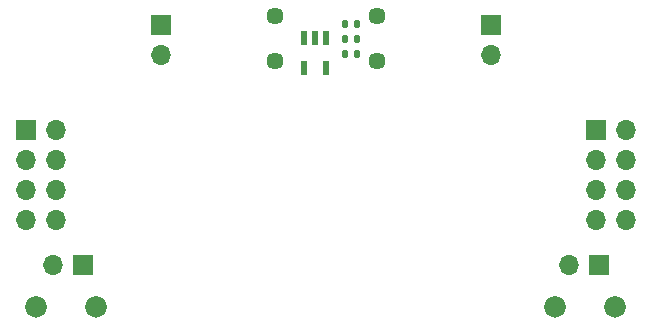
<source format=gbr>
%TF.GenerationSoftware,KiCad,Pcbnew,7.0.9*%
%TF.CreationDate,2024-02-01T17:40:57-07:00*%
%TF.ProjectId,Breadboard Power Supply,42726561-6462-46f6-9172-6420506f7765,v10*%
%TF.SameCoordinates,Original*%
%TF.FileFunction,Soldermask,Bot*%
%TF.FilePolarity,Negative*%
%FSLAX46Y46*%
G04 Gerber Fmt 4.6, Leading zero omitted, Abs format (unit mm)*
G04 Created by KiCad (PCBNEW 7.0.9) date 2024-02-01 17:40:57*
%MOMM*%
%LPD*%
G01*
G04 APERTURE LIST*
G04 Aperture macros list*
%AMRoundRect*
0 Rectangle with rounded corners*
0 $1 Rounding radius*
0 $2 $3 $4 $5 $6 $7 $8 $9 X,Y pos of 4 corners*
0 Add a 4 corners polygon primitive as box body*
4,1,4,$2,$3,$4,$5,$6,$7,$8,$9,$2,$3,0*
0 Add four circle primitives for the rounded corners*
1,1,$1+$1,$2,$3*
1,1,$1+$1,$4,$5*
1,1,$1+$1,$6,$7*
1,1,$1+$1,$8,$9*
0 Add four rect primitives between the rounded corners*
20,1,$1+$1,$2,$3,$4,$5,0*
20,1,$1+$1,$4,$5,$6,$7,0*
20,1,$1+$1,$6,$7,$8,$9,0*
20,1,$1+$1,$8,$9,$2,$3,0*%
G04 Aperture macros list end*
%ADD10C,1.830000*%
%ADD11R,1.700000X1.700000*%
%ADD12O,1.700000X1.700000*%
%ADD13C,1.450000*%
%ADD14RoundRect,0.135000X-0.135000X-0.185000X0.135000X-0.185000X0.135000X0.185000X-0.135000X0.185000X0*%
%ADD15R,0.550000X1.200000*%
%ADD16RoundRect,0.135000X0.135000X0.185000X-0.135000X0.185000X-0.135000X-0.185000X0.135000X-0.185000X0*%
G04 APERTURE END LIST*
D10*
%TO.C,TP1*%
X103759000Y-102638000D03*
X108839000Y-102638000D03*
%TD*%
D11*
%TO.C,J4*%
X151130000Y-87630000D03*
D12*
X153670000Y-87630000D03*
X151130000Y-90170000D03*
X153670000Y-90170000D03*
X151130000Y-92710000D03*
X153670000Y-92710000D03*
X151130000Y-95250000D03*
X153670000Y-95250000D03*
%TD*%
D13*
%TO.C,J1*%
X132592000Y-77974000D03*
X123952000Y-77974000D03*
X132592000Y-81774000D03*
X123952000Y-81774000D03*
%TD*%
D11*
%TO.C,J5*%
X102870000Y-87630000D03*
D12*
X105410000Y-87630000D03*
X102870000Y-90170000D03*
X105410000Y-90170000D03*
X102870000Y-92710000D03*
X105410000Y-92710000D03*
X102870000Y-95250000D03*
X105410000Y-95250000D03*
%TD*%
D10*
%TO.C,TP4*%
X147701000Y-102638000D03*
X152781000Y-102638000D03*
%TD*%
D14*
%TO.C,R12*%
X129919000Y-78613000D03*
X130939000Y-78613000D03*
%TD*%
D11*
%TO.C,J10*%
X114300000Y-78740000D03*
D12*
X114300000Y-81280000D03*
%TD*%
D15*
%TO.C,IC1*%
X126411000Y-79837000D03*
X127361000Y-79837000D03*
X128311000Y-79837000D03*
X128311000Y-82337000D03*
X126411000Y-82337000D03*
%TD*%
D16*
%TO.C,R9*%
X130941000Y-79883000D03*
X129921000Y-79883000D03*
%TD*%
D11*
%TO.C,J8*%
X151384000Y-99060000D03*
D12*
X148844000Y-99060000D03*
%TD*%
D14*
%TO.C,R13*%
X129919000Y-81153000D03*
X130939000Y-81153000D03*
%TD*%
D11*
%TO.C,J11*%
X142240000Y-78740000D03*
D12*
X142240000Y-81280000D03*
%TD*%
D11*
%TO.C,J9*%
X107696000Y-99060000D03*
D12*
X105156000Y-99060000D03*
%TD*%
M02*

</source>
